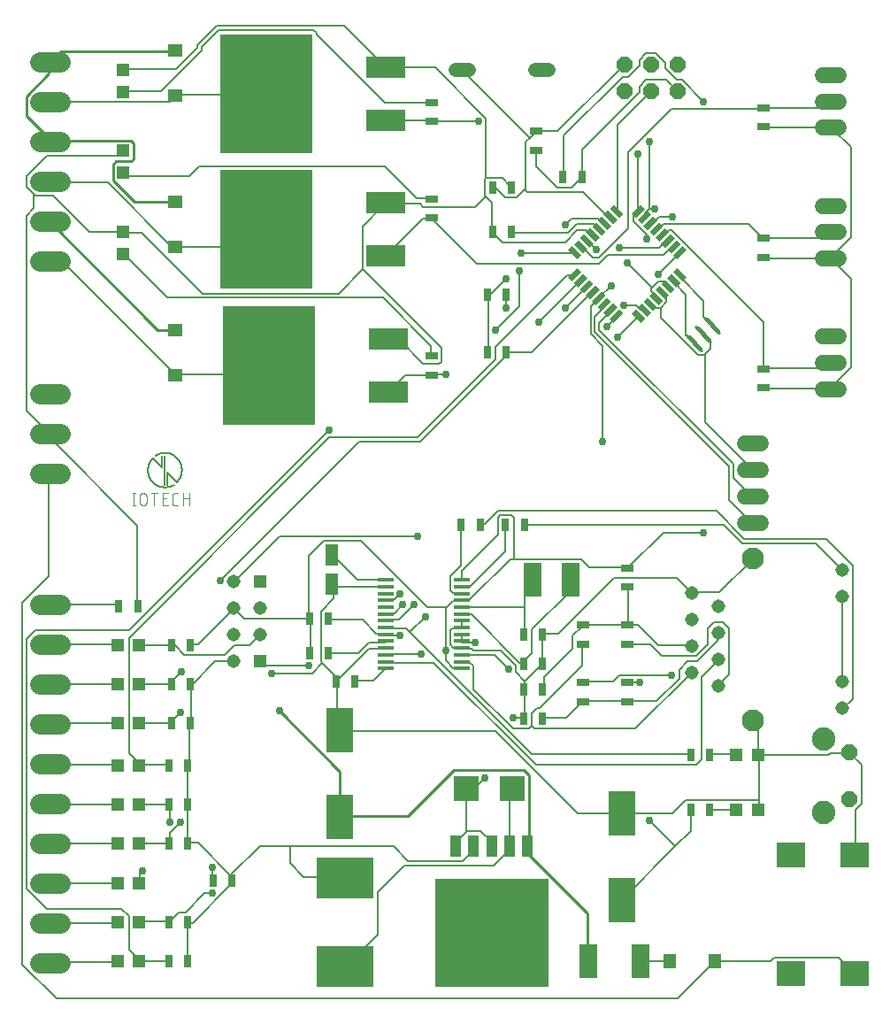
<source format=gbr>
G04 EAGLE Gerber RS-274X export*
G75*
%MOMM*%
%FSLAX34Y34*%
%LPD*%
%INTop Copper*%
%IPPOS*%
%AMOC8*
5,1,8,0,0,1.08239X$1,22.5*%
G01*
%ADD10R,1.200000X1.200000*%
%ADD11R,1.270000X1.470000*%
%ADD12R,0.800000X1.200000*%
%ADD13R,1.780000X3.200000*%
%ADD14R,2.800000X2.400000*%
%ADD15R,1.200000X0.800000*%
%ADD16R,1.470000X1.270000*%
%ADD17R,3.810000X2.082800*%
%ADD18R,8.890000X11.430000*%
%ADD19R,1.308000X1.308000*%
%ADD20C,1.308000*%
%ADD21R,1.500000X0.400000*%
%ADD22R,1.700000X3.300000*%
%ADD23R,1.200000X2.000000*%
%ADD24C,2.100000*%
%ADD25C,1.524000*%
%ADD26R,1.270000X0.558800*%
%ADD27R,0.558800X1.270000*%
%ADD28C,0.450000*%
%ADD29C,0.254000*%
%ADD30R,2.500000X4.300000*%
%ADD31R,5.500000X4.000000*%
%ADD32R,10.800000X10.410000*%
%ADD33R,1.066800X2.159000*%
%ADD34R,2.400000X2.400000*%
%ADD35C,0.127000*%
%ADD36C,0.101600*%
%ADD37P,1.649562X8X112.500000*%
%ADD38C,2.247900*%
%ADD39P,1.632244X8X22.500000*%
%ADD40C,1.320800*%
%ADD41C,1.905000*%
%ADD42C,0.756400*%
%ADD43C,0.203200*%


D10*
X728000Y200000D03*
X707000Y200000D03*
D11*
X686500Y55000D03*
X643500Y55000D03*
D12*
X681500Y200000D03*
X663500Y200000D03*
D13*
X614900Y55000D03*
X565100Y55000D03*
D14*
X820000Y43000D03*
X820000Y157000D03*
X759000Y43000D03*
X759000Y157000D03*
D15*
X415000Y876500D03*
X415000Y858500D03*
D16*
X170000Y883500D03*
X170000Y926500D03*
D17*
X371400Y859600D03*
X371400Y910400D03*
D18*
X257100Y885000D03*
D15*
X732500Y621500D03*
X732500Y603500D03*
X732500Y746500D03*
X732500Y728500D03*
X415000Y784000D03*
X415000Y766000D03*
D16*
X170000Y738500D03*
X170000Y781500D03*
D17*
X371400Y729600D03*
X371400Y780400D03*
D18*
X257100Y755000D03*
D19*
X251125Y418250D03*
X251125Y342050D03*
D20*
X251125Y392850D03*
X251125Y367450D03*
X225725Y367450D03*
X225725Y392850D03*
X225725Y418250D03*
X225725Y342050D03*
D15*
X415000Y634000D03*
X415000Y616000D03*
D16*
X170000Y616000D03*
X170000Y659000D03*
D17*
X373900Y599600D03*
X373900Y650400D03*
D18*
X259600Y625000D03*
D15*
X732500Y871500D03*
X732500Y853500D03*
D21*
X371250Y419750D03*
X371250Y413250D03*
X371250Y406750D03*
X371250Y400250D03*
X371250Y393750D03*
X371250Y387250D03*
X371250Y380750D03*
X371250Y374250D03*
X371250Y367750D03*
X371250Y361250D03*
X371250Y354750D03*
X371250Y348250D03*
X371250Y341750D03*
X371250Y335250D03*
X443750Y335250D03*
X443750Y341750D03*
X443750Y348250D03*
X443750Y354750D03*
X443750Y361250D03*
X443750Y367750D03*
X443750Y374250D03*
X443750Y380750D03*
X443750Y387250D03*
X443750Y393750D03*
X443750Y400250D03*
X443750Y406750D03*
X443750Y413250D03*
X443750Y419750D03*
D12*
X316500Y350000D03*
X298500Y350000D03*
X316500Y382500D03*
X298500Y382500D03*
X341500Y322500D03*
X323500Y322500D03*
D22*
X511500Y420000D03*
X548500Y420000D03*
D12*
X503500Y340000D03*
X521500Y340000D03*
X503500Y367500D03*
X521500Y367500D03*
D15*
X560000Y358500D03*
X560000Y376500D03*
X602500Y358500D03*
X602500Y376500D03*
X602500Y303500D03*
X602500Y321500D03*
X560000Y303500D03*
X560000Y321500D03*
D12*
X521500Y315000D03*
X503500Y315000D03*
D15*
X602500Y431500D03*
X602500Y413500D03*
D12*
X521500Y287500D03*
X503500Y287500D03*
D23*
X320000Y444000D03*
X320000Y416000D03*
D12*
X504000Y472500D03*
X486000Y472500D03*
X461500Y472500D03*
X443500Y472500D03*
D24*
X722700Y285750D03*
X722700Y440650D03*
D20*
X808400Y429450D03*
X808400Y404050D03*
X808400Y322350D03*
X808400Y296950D03*
X664300Y407600D03*
X664300Y382200D03*
X664300Y356800D03*
X664300Y331400D03*
X689700Y395000D03*
X689700Y369600D03*
X689700Y344200D03*
X689700Y318800D03*
D25*
X714880Y550600D02*
X730120Y550600D01*
X730120Y525200D02*
X714880Y525200D01*
X714880Y499800D02*
X730120Y499800D01*
X730120Y474400D02*
X714880Y474400D01*
D15*
X515000Y831000D03*
X515000Y849000D03*
D12*
X473500Y795000D03*
X491500Y795000D03*
X473500Y752500D03*
X491500Y752500D03*
X663500Y252500D03*
X681500Y252500D03*
D10*
X728000Y252500D03*
X707000Y252500D03*
D26*
G36*
X610540Y678813D02*
X619519Y669834D01*
X615568Y665883D01*
X606589Y674862D01*
X610540Y678813D01*
G37*
G36*
X616197Y684470D02*
X625176Y675491D01*
X621225Y671540D01*
X612246Y680519D01*
X616197Y684470D01*
G37*
G36*
X621854Y690126D02*
X630833Y681147D01*
X626882Y677196D01*
X617903Y686175D01*
X621854Y690126D01*
G37*
G36*
X627511Y695783D02*
X636490Y686804D01*
X632539Y682853D01*
X623560Y691832D01*
X627511Y695783D01*
G37*
G36*
X633168Y701440D02*
X642147Y692461D01*
X638196Y688510D01*
X629217Y697489D01*
X633168Y701440D01*
G37*
G36*
X638825Y707097D02*
X647804Y698118D01*
X643853Y694167D01*
X634874Y703146D01*
X638825Y707097D01*
G37*
G36*
X644481Y712754D02*
X653460Y703775D01*
X649509Y699824D01*
X640530Y708803D01*
X644481Y712754D01*
G37*
G36*
X650138Y718411D02*
X659117Y709432D01*
X655166Y705481D01*
X646187Y714460D01*
X650138Y718411D01*
G37*
D27*
G36*
X655166Y739519D02*
X659117Y735568D01*
X650138Y726589D01*
X646187Y730540D01*
X655166Y739519D01*
G37*
G36*
X649509Y745176D02*
X653460Y741225D01*
X644481Y732246D01*
X640530Y736197D01*
X649509Y745176D01*
G37*
G36*
X643853Y750833D02*
X647804Y746882D01*
X638825Y737903D01*
X634874Y741854D01*
X643853Y750833D01*
G37*
G36*
X638196Y756490D02*
X642147Y752539D01*
X633168Y743560D01*
X629217Y747511D01*
X638196Y756490D01*
G37*
G36*
X632539Y762147D02*
X636490Y758196D01*
X627511Y749217D01*
X623560Y753168D01*
X632539Y762147D01*
G37*
G36*
X626882Y767804D02*
X630833Y763853D01*
X621854Y754874D01*
X617903Y758825D01*
X626882Y767804D01*
G37*
G36*
X621225Y773460D02*
X625176Y769509D01*
X616197Y760530D01*
X612246Y764481D01*
X621225Y773460D01*
G37*
G36*
X615568Y779117D02*
X619519Y775166D01*
X610540Y766187D01*
X606589Y770138D01*
X615568Y779117D01*
G37*
D26*
G36*
X589432Y779117D02*
X598411Y770138D01*
X594460Y766187D01*
X585481Y775166D01*
X589432Y779117D01*
G37*
G36*
X583775Y773460D02*
X592754Y764481D01*
X588803Y760530D01*
X579824Y769509D01*
X583775Y773460D01*
G37*
G36*
X578118Y767804D02*
X587097Y758825D01*
X583146Y754874D01*
X574167Y763853D01*
X578118Y767804D01*
G37*
G36*
X572461Y762147D02*
X581440Y753168D01*
X577489Y749217D01*
X568510Y758196D01*
X572461Y762147D01*
G37*
G36*
X566804Y756490D02*
X575783Y747511D01*
X571832Y743560D01*
X562853Y752539D01*
X566804Y756490D01*
G37*
G36*
X561147Y750833D02*
X570126Y741854D01*
X566175Y737903D01*
X557196Y746882D01*
X561147Y750833D01*
G37*
G36*
X555491Y745176D02*
X564470Y736197D01*
X560519Y732246D01*
X551540Y741225D01*
X555491Y745176D01*
G37*
G36*
X549834Y739519D02*
X558813Y730540D01*
X554862Y726589D01*
X545883Y735568D01*
X549834Y739519D01*
G37*
D27*
G36*
X554862Y718411D02*
X558813Y714460D01*
X549834Y705481D01*
X545883Y709432D01*
X554862Y718411D01*
G37*
G36*
X560519Y712754D02*
X564470Y708803D01*
X555491Y699824D01*
X551540Y703775D01*
X560519Y712754D01*
G37*
G36*
X566175Y707097D02*
X570126Y703146D01*
X561147Y694167D01*
X557196Y698118D01*
X566175Y707097D01*
G37*
G36*
X571832Y701440D02*
X575783Y697489D01*
X566804Y688510D01*
X562853Y692461D01*
X571832Y701440D01*
G37*
G36*
X577489Y695783D02*
X581440Y691832D01*
X572461Y682853D01*
X568510Y686804D01*
X577489Y695783D01*
G37*
G36*
X583146Y690126D02*
X587097Y686175D01*
X578118Y677196D01*
X574167Y681147D01*
X583146Y690126D01*
G37*
G36*
X588803Y684470D02*
X592754Y680519D01*
X583775Y671540D01*
X579824Y675491D01*
X588803Y684470D01*
G37*
G36*
X594460Y678813D02*
X598411Y674862D01*
X589432Y665883D01*
X585481Y669834D01*
X594460Y678813D01*
G37*
D12*
X559000Y805000D03*
X541000Y805000D03*
X486500Y692500D03*
X468500Y692500D03*
D28*
X661371Y651659D02*
X671659Y641371D01*
X680144Y649856D02*
X669856Y660144D01*
X678341Y668629D02*
X688629Y658341D01*
D29*
X666515Y646515D02*
X659331Y653699D01*
X666515Y646515D02*
X673699Y639331D01*
X683485Y663485D02*
X676301Y670669D01*
X683485Y663485D02*
X690669Y656301D01*
X675000Y655000D02*
X667816Y662184D01*
X675000Y655000D02*
X682184Y647816D01*
D12*
X486500Y637500D03*
X468500Y637500D03*
D30*
X327500Y193500D03*
X327500Y276500D03*
X597500Y113500D03*
X597500Y196500D03*
D31*
X332500Y135000D03*
X332500Y50000D03*
D32*
X472500Y82100D03*
D33*
X506536Y165412D03*
X489518Y165412D03*
X472500Y165412D03*
X455482Y165412D03*
X438464Y165412D03*
D34*
X492000Y220000D03*
X448000Y220000D03*
D35*
X160000Y511030D02*
X160000Y538970D01*
X162540Y522460D02*
X162540Y511030D01*
X171430Y513570D02*
X162540Y522460D01*
X157460Y527540D02*
X148570Y536430D01*
X157460Y538970D02*
X157460Y527540D01*
X151110Y538971D02*
X151449Y539180D01*
X151793Y539381D01*
X152142Y539574D01*
X152495Y539758D01*
X152853Y539933D01*
X153215Y540100D01*
X153581Y540258D01*
X153951Y540407D01*
X154324Y540546D01*
X154701Y540677D01*
X155080Y540798D01*
X155463Y540911D01*
X155848Y541013D01*
X156235Y541107D01*
X156625Y541191D01*
X157016Y541265D01*
X157409Y541330D01*
X157804Y541385D01*
X158200Y541431D01*
X158597Y541467D01*
X158995Y541493D01*
X159393Y541510D01*
X159791Y541517D01*
X160190Y541514D01*
X160588Y541501D01*
X160986Y541479D01*
X161383Y541447D01*
X161780Y541406D01*
X162175Y541355D01*
X162569Y541294D01*
X162961Y541224D01*
X163351Y541144D01*
X163740Y541054D01*
X164126Y540955D01*
X164509Y540847D01*
X164890Y540730D01*
X165268Y540603D01*
X165643Y540467D01*
X166014Y540322D01*
X166382Y540168D01*
X166745Y540005D01*
X167105Y539833D01*
X167460Y539653D01*
X167811Y539464D01*
X168157Y539267D01*
X168499Y539061D01*
X168835Y538847D01*
X169165Y538624D01*
X169491Y538394D01*
X169810Y538156D01*
X170124Y537910D01*
X170432Y537657D01*
X170733Y537396D01*
X171028Y537128D01*
X171316Y536853D01*
X171598Y536571D01*
X171872Y536282D01*
X172140Y535986D01*
X172400Y535684D01*
X172653Y535376D01*
X172898Y535062D01*
X173135Y534742D01*
X173365Y534416D01*
X173586Y534085D01*
X173800Y533748D01*
X174005Y533407D01*
X174202Y533060D01*
X174390Y532709D01*
X174570Y532353D01*
X174741Y531993D01*
X174903Y531629D01*
X175056Y531261D01*
X175200Y530890D01*
X175335Y530515D01*
X175461Y530137D01*
X175578Y529756D01*
X175685Y529372D01*
X175783Y528985D01*
X175872Y528597D01*
X175951Y528206D01*
X176021Y527814D01*
X176080Y527420D01*
X176131Y527025D01*
X176172Y526628D01*
X176203Y526231D01*
X176224Y525833D01*
X176236Y525435D01*
X176238Y525036D01*
X176230Y524638D01*
X176212Y524239D01*
X176185Y523842D01*
X176148Y523445D01*
X176102Y523049D01*
X176046Y522655D01*
X175980Y522261D01*
X175905Y521870D01*
X175820Y521481D01*
X175726Y521093D01*
X175622Y520709D01*
X175509Y520326D01*
X175387Y519947D01*
X175256Y519571D01*
X175115Y519198D01*
X174965Y518829D01*
X174807Y518463D01*
X174639Y518101D01*
X174463Y517744D01*
X174278Y517391D01*
X174085Y517042D01*
X173883Y516699D01*
X173673Y516360D01*
X173455Y516027D01*
X173229Y515699D01*
X172994Y515376D01*
X172752Y515060D01*
X172503Y514749D01*
X172245Y514445D01*
X171981Y514146D01*
X171709Y513855D01*
X171430Y513570D01*
X168890Y511029D02*
X168551Y510820D01*
X168207Y510619D01*
X167858Y510426D01*
X167505Y510242D01*
X167147Y510067D01*
X166785Y509900D01*
X166419Y509742D01*
X166049Y509593D01*
X165676Y509454D01*
X165299Y509323D01*
X164920Y509202D01*
X164537Y509089D01*
X164152Y508987D01*
X163765Y508893D01*
X163375Y508809D01*
X162984Y508735D01*
X162591Y508670D01*
X162196Y508615D01*
X161800Y508569D01*
X161403Y508533D01*
X161005Y508507D01*
X160607Y508490D01*
X160209Y508483D01*
X159810Y508486D01*
X159412Y508499D01*
X159014Y508521D01*
X158617Y508553D01*
X158220Y508594D01*
X157825Y508645D01*
X157431Y508706D01*
X157039Y508776D01*
X156649Y508856D01*
X156260Y508946D01*
X155874Y509045D01*
X155491Y509153D01*
X155110Y509270D01*
X154732Y509397D01*
X154357Y509533D01*
X153986Y509678D01*
X153618Y509832D01*
X153255Y509995D01*
X152895Y510167D01*
X152540Y510347D01*
X152189Y510536D01*
X151843Y510733D01*
X151501Y510939D01*
X151165Y511153D01*
X150835Y511376D01*
X150509Y511606D01*
X150190Y511844D01*
X149876Y512090D01*
X149568Y512343D01*
X149267Y512604D01*
X148972Y512872D01*
X148684Y513147D01*
X148402Y513429D01*
X148128Y513718D01*
X147860Y514014D01*
X147600Y514316D01*
X147347Y514624D01*
X147102Y514938D01*
X146865Y515258D01*
X146635Y515584D01*
X146414Y515915D01*
X146200Y516252D01*
X145995Y516593D01*
X145798Y516940D01*
X145610Y517291D01*
X145430Y517647D01*
X145259Y518007D01*
X145097Y518371D01*
X144944Y518739D01*
X144800Y519110D01*
X144665Y519485D01*
X144539Y519863D01*
X144422Y520244D01*
X144315Y520628D01*
X144217Y521015D01*
X144128Y521403D01*
X144049Y521794D01*
X143979Y522186D01*
X143920Y522580D01*
X143869Y522975D01*
X143828Y523372D01*
X143797Y523769D01*
X143776Y524167D01*
X143764Y524565D01*
X143762Y524964D01*
X143770Y525362D01*
X143788Y525761D01*
X143815Y526158D01*
X143852Y526555D01*
X143898Y526951D01*
X143954Y527345D01*
X144020Y527739D01*
X144095Y528130D01*
X144180Y528519D01*
X144274Y528907D01*
X144378Y529291D01*
X144491Y529674D01*
X144613Y530053D01*
X144744Y530429D01*
X144885Y530802D01*
X145035Y531171D01*
X145193Y531537D01*
X145361Y531899D01*
X145537Y532256D01*
X145722Y532609D01*
X145915Y532958D01*
X146117Y533301D01*
X146327Y533640D01*
X146545Y533973D01*
X146771Y534301D01*
X147006Y534624D01*
X147248Y534940D01*
X147497Y535251D01*
X147755Y535555D01*
X148019Y535854D01*
X148291Y536145D01*
X148570Y536430D01*
D36*
X130056Y502902D02*
X130056Y491218D01*
X128758Y491218D02*
X131354Y491218D01*
X131354Y502902D02*
X128758Y502902D01*
X135955Y499656D02*
X135955Y494464D01*
X135954Y499656D02*
X135956Y499769D01*
X135962Y499882D01*
X135972Y499995D01*
X135986Y500108D01*
X136003Y500220D01*
X136025Y500331D01*
X136050Y500441D01*
X136080Y500551D01*
X136113Y500659D01*
X136150Y500766D01*
X136190Y500872D01*
X136235Y500976D01*
X136283Y501079D01*
X136334Y501180D01*
X136389Y501279D01*
X136447Y501376D01*
X136509Y501471D01*
X136574Y501564D01*
X136642Y501654D01*
X136713Y501742D01*
X136788Y501828D01*
X136865Y501911D01*
X136945Y501991D01*
X137028Y502068D01*
X137114Y502143D01*
X137202Y502214D01*
X137292Y502282D01*
X137385Y502347D01*
X137480Y502409D01*
X137577Y502467D01*
X137676Y502522D01*
X137777Y502573D01*
X137880Y502621D01*
X137984Y502666D01*
X138090Y502706D01*
X138197Y502743D01*
X138305Y502776D01*
X138415Y502806D01*
X138525Y502831D01*
X138636Y502853D01*
X138748Y502870D01*
X138861Y502884D01*
X138974Y502894D01*
X139087Y502900D01*
X139200Y502902D01*
X139313Y502900D01*
X139426Y502894D01*
X139539Y502884D01*
X139652Y502870D01*
X139764Y502853D01*
X139875Y502831D01*
X139985Y502806D01*
X140095Y502776D01*
X140203Y502743D01*
X140310Y502706D01*
X140416Y502666D01*
X140520Y502621D01*
X140623Y502573D01*
X140724Y502522D01*
X140823Y502467D01*
X140920Y502409D01*
X141015Y502347D01*
X141108Y502282D01*
X141198Y502214D01*
X141286Y502143D01*
X141372Y502068D01*
X141455Y501991D01*
X141535Y501911D01*
X141612Y501828D01*
X141687Y501742D01*
X141758Y501654D01*
X141826Y501564D01*
X141891Y501471D01*
X141953Y501376D01*
X142011Y501279D01*
X142066Y501180D01*
X142117Y501079D01*
X142165Y500976D01*
X142210Y500872D01*
X142250Y500766D01*
X142287Y500659D01*
X142320Y500551D01*
X142350Y500441D01*
X142375Y500331D01*
X142397Y500220D01*
X142414Y500108D01*
X142428Y499995D01*
X142438Y499882D01*
X142444Y499769D01*
X142446Y499656D01*
X142446Y494464D01*
X142444Y494351D01*
X142438Y494238D01*
X142428Y494125D01*
X142414Y494012D01*
X142397Y493900D01*
X142375Y493789D01*
X142350Y493679D01*
X142320Y493569D01*
X142287Y493461D01*
X142250Y493354D01*
X142210Y493248D01*
X142165Y493144D01*
X142117Y493041D01*
X142066Y492940D01*
X142011Y492841D01*
X141953Y492744D01*
X141891Y492649D01*
X141826Y492556D01*
X141758Y492466D01*
X141687Y492378D01*
X141612Y492292D01*
X141535Y492209D01*
X141455Y492129D01*
X141372Y492052D01*
X141286Y491977D01*
X141198Y491906D01*
X141108Y491838D01*
X141015Y491773D01*
X140920Y491711D01*
X140823Y491653D01*
X140724Y491598D01*
X140623Y491547D01*
X140520Y491499D01*
X140416Y491454D01*
X140310Y491414D01*
X140203Y491377D01*
X140095Y491344D01*
X139985Y491314D01*
X139875Y491289D01*
X139764Y491267D01*
X139652Y491250D01*
X139539Y491236D01*
X139426Y491226D01*
X139313Y491220D01*
X139200Y491218D01*
X139087Y491220D01*
X138974Y491226D01*
X138861Y491236D01*
X138748Y491250D01*
X138636Y491267D01*
X138525Y491289D01*
X138415Y491314D01*
X138305Y491344D01*
X138197Y491377D01*
X138090Y491414D01*
X137984Y491454D01*
X137880Y491499D01*
X137777Y491547D01*
X137676Y491598D01*
X137577Y491653D01*
X137480Y491711D01*
X137385Y491773D01*
X137292Y491838D01*
X137202Y491906D01*
X137114Y491977D01*
X137028Y492052D01*
X136945Y492129D01*
X136865Y492209D01*
X136788Y492292D01*
X136713Y492378D01*
X136642Y492466D01*
X136574Y492556D01*
X136509Y492649D01*
X136447Y492744D01*
X136389Y492841D01*
X136334Y492940D01*
X136283Y493041D01*
X136235Y493144D01*
X136190Y493248D01*
X136150Y493354D01*
X136113Y493461D01*
X136080Y493569D01*
X136050Y493679D01*
X136025Y493789D01*
X136003Y493900D01*
X135986Y494012D01*
X135972Y494125D01*
X135962Y494238D01*
X135956Y494351D01*
X135954Y494464D01*
X149868Y491218D02*
X149868Y502902D01*
X146623Y502902D02*
X153114Y502902D01*
X157694Y491218D02*
X162887Y491218D01*
X157694Y491218D02*
X157694Y502902D01*
X162887Y502902D01*
X161589Y497709D02*
X157694Y497709D01*
X169760Y491218D02*
X172356Y491218D01*
X169760Y491218D02*
X169661Y491220D01*
X169561Y491226D01*
X169462Y491235D01*
X169364Y491248D01*
X169266Y491265D01*
X169168Y491286D01*
X169072Y491311D01*
X168977Y491339D01*
X168883Y491371D01*
X168790Y491406D01*
X168698Y491445D01*
X168608Y491488D01*
X168520Y491533D01*
X168433Y491583D01*
X168349Y491635D01*
X168266Y491691D01*
X168186Y491749D01*
X168108Y491811D01*
X168033Y491876D01*
X167960Y491944D01*
X167890Y492014D01*
X167822Y492087D01*
X167757Y492162D01*
X167695Y492240D01*
X167637Y492320D01*
X167581Y492403D01*
X167529Y492487D01*
X167479Y492574D01*
X167434Y492662D01*
X167391Y492752D01*
X167352Y492844D01*
X167317Y492937D01*
X167285Y493031D01*
X167257Y493126D01*
X167232Y493222D01*
X167211Y493320D01*
X167194Y493418D01*
X167181Y493516D01*
X167172Y493615D01*
X167166Y493715D01*
X167164Y493814D01*
X167163Y493814D02*
X167163Y500306D01*
X167164Y500306D02*
X167166Y500405D01*
X167172Y500505D01*
X167181Y500604D01*
X167194Y500702D01*
X167211Y500800D01*
X167232Y500898D01*
X167257Y500994D01*
X167285Y501089D01*
X167317Y501183D01*
X167352Y501276D01*
X167391Y501368D01*
X167434Y501458D01*
X167479Y501546D01*
X167529Y501633D01*
X167581Y501717D01*
X167637Y501800D01*
X167695Y501880D01*
X167757Y501958D01*
X167822Y502033D01*
X167890Y502106D01*
X167960Y502176D01*
X168033Y502244D01*
X168108Y502309D01*
X168186Y502371D01*
X168266Y502429D01*
X168349Y502485D01*
X168433Y502537D01*
X168520Y502587D01*
X168608Y502632D01*
X168698Y502675D01*
X168790Y502714D01*
X168882Y502749D01*
X168977Y502781D01*
X169072Y502809D01*
X169168Y502834D01*
X169266Y502855D01*
X169364Y502872D01*
X169462Y502885D01*
X169561Y502894D01*
X169661Y502900D01*
X169760Y502902D01*
X172356Y502902D01*
X177103Y502902D02*
X177103Y491218D01*
X177103Y497709D02*
X183594Y497709D01*
X183594Y502902D02*
X183594Y491218D01*
D37*
X814946Y209894D03*
X814946Y255106D03*
D38*
X790054Y197448D03*
X790054Y267552D03*
D25*
X789880Y652500D02*
X805120Y652500D01*
X805120Y627500D02*
X789880Y627500D01*
X789880Y602500D02*
X805120Y602500D01*
X805120Y777500D02*
X789880Y777500D01*
X789880Y752500D02*
X805120Y752500D01*
X805120Y727500D02*
X789880Y727500D01*
X789880Y902500D02*
X805120Y902500D01*
X805120Y877500D02*
X789880Y877500D01*
X789880Y852500D02*
X805120Y852500D01*
D39*
X599600Y887300D03*
X599600Y912700D03*
X625000Y887300D03*
X625000Y912700D03*
X650400Y887300D03*
X650400Y912700D03*
D10*
X120000Y753000D03*
X120000Y732000D03*
X120000Y908000D03*
X120000Y887000D03*
X120000Y830500D03*
X120000Y809500D03*
D40*
X513996Y907500D02*
X527204Y907500D01*
X451004Y907500D02*
X437796Y907500D01*
D12*
X184000Y357500D03*
X166000Y357500D03*
D10*
X114500Y357500D03*
X135500Y357500D03*
D12*
X184000Y282500D03*
X166000Y282500D03*
D10*
X114500Y282500D03*
X135500Y282500D03*
D12*
X181500Y242500D03*
X163500Y242500D03*
D10*
X114500Y242500D03*
X135500Y242500D03*
D12*
X181500Y205000D03*
X163500Y205000D03*
D10*
X114500Y205000D03*
X135500Y205000D03*
D12*
X181500Y167500D03*
X163500Y167500D03*
D10*
X114500Y167500D03*
X135500Y167500D03*
D12*
X224000Y132500D03*
X206000Y132500D03*
D10*
X114500Y130000D03*
X135500Y130000D03*
D12*
X181500Y92500D03*
X163500Y92500D03*
D10*
X114500Y92500D03*
X135500Y92500D03*
D12*
X181500Y55000D03*
X163500Y55000D03*
D10*
X114500Y55000D03*
X135500Y55000D03*
D41*
X59525Y396450D02*
X40475Y396450D01*
X40475Y358350D02*
X59525Y358350D01*
X59525Y320250D02*
X40475Y320250D01*
X40475Y282150D02*
X59525Y282150D01*
X59525Y244050D02*
X40475Y244050D01*
X40475Y205950D02*
X59525Y205950D01*
X59525Y167850D02*
X40475Y167850D01*
X40475Y129750D02*
X59525Y129750D01*
X59525Y91650D02*
X40475Y91650D01*
X40475Y53550D02*
X59525Y53550D01*
X59525Y915250D02*
X40475Y915250D01*
X40475Y877150D02*
X59525Y877150D01*
X59525Y839050D02*
X40475Y839050D01*
X40475Y800950D02*
X59525Y800950D01*
X59525Y762850D02*
X40475Y762850D01*
X40475Y724750D02*
X59525Y724750D01*
X59525Y598100D02*
X40475Y598100D01*
X40475Y560000D02*
X59525Y560000D01*
X59525Y521900D02*
X40475Y521900D01*
D12*
X184000Y320000D03*
X166000Y320000D03*
D10*
X114500Y320000D03*
X135500Y320000D03*
D12*
X116000Y395000D03*
X134000Y395000D03*
D29*
X507189Y165321D02*
X507189Y158178D01*
X564337Y101030D01*
X564337Y55107D01*
X507189Y165321D02*
X506536Y165412D01*
X564337Y55107D02*
X565100Y55000D01*
X392893Y193895D02*
X327581Y193895D01*
X392893Y193895D02*
X436774Y237777D01*
X503107Y237777D01*
X508209Y232674D01*
X508209Y165321D01*
X327581Y193895D02*
X327500Y193500D01*
X506536Y165412D02*
X508209Y165321D01*
X169403Y925594D02*
X60210Y925594D01*
X50005Y915389D01*
X169403Y925594D02*
X170000Y926500D01*
X50005Y915389D02*
X50000Y915250D01*
X130624Y781703D02*
X169403Y781703D01*
X130624Y781703D02*
X110214Y802113D01*
X110214Y817421D01*
X113276Y820482D01*
X127563Y820482D01*
X129604Y822523D01*
X129604Y837831D01*
X127563Y839872D01*
X50005Y839872D01*
X169403Y781703D02*
X170000Y781500D01*
X50000Y839050D02*
X50005Y839872D01*
X48984Y904163D02*
X48984Y914368D01*
X48984Y904163D02*
X27554Y882733D01*
X27554Y863343D01*
X50005Y840892D01*
X48984Y914368D02*
X50000Y915250D01*
X50005Y840892D02*
X50000Y839050D01*
X153075Y659243D02*
X169403Y659243D01*
X153075Y659243D02*
X50005Y762314D01*
X169403Y659243D02*
X170000Y659000D01*
X50005Y762314D02*
X50000Y762850D01*
X327581Y236756D02*
X327581Y194916D01*
X327581Y236756D02*
X269412Y294925D01*
X327581Y194916D02*
X327500Y193500D01*
D42*
X269412Y294925D03*
D43*
X119399Y753129D02*
X87763Y753129D01*
X53066Y787826D01*
X35718Y787826D01*
X35207Y788336D02*
X27554Y795990D01*
X35207Y788336D02*
X35718Y787826D01*
X27554Y795990D02*
X27554Y806195D01*
X46943Y825585D01*
X115317Y825585D01*
X119399Y829667D01*
X119399Y753129D02*
X120000Y753000D01*
X119399Y829667D02*
X120000Y830500D01*
X133686Y471471D02*
X133686Y395954D01*
X133686Y471471D02*
X50005Y555152D01*
X50005Y559234D01*
X133686Y395954D02*
X134000Y395000D01*
X50005Y559234D02*
X50000Y560000D01*
X34697Y775580D02*
X34697Y787826D01*
X34697Y775580D02*
X27554Y768437D01*
X27554Y581685D01*
X48984Y560255D01*
X34697Y787826D02*
X35207Y788336D01*
X48984Y560255D02*
X50000Y560000D01*
X120419Y908245D02*
X170424Y908245D01*
X190834Y928655D01*
X190834Y931717D01*
X209203Y950086D01*
X331663Y950086D01*
X370442Y911307D01*
X120419Y908245D02*
X120000Y908000D01*
X370442Y911307D02*
X371400Y910400D01*
X472492Y780683D02*
X472492Y753129D01*
X466879Y786295D02*
X466369Y786806D01*
X466879Y786295D02*
X472492Y780683D01*
X466369Y786806D02*
X466369Y803134D01*
X467389Y804154D01*
X482697Y804154D01*
X490861Y795990D01*
X472492Y753129D02*
X473500Y752500D01*
X491500Y795000D02*
X490861Y795990D01*
X566378Y750068D02*
X568419Y750068D01*
X566378Y750068D02*
X562296Y754150D01*
X554132Y754150D01*
X542906Y742924D01*
X482697Y742924D01*
X473512Y752109D01*
X568419Y750068D02*
X569318Y750025D01*
X473512Y752109D02*
X473500Y752500D01*
X404118Y779662D02*
X371462Y779662D01*
X404118Y779662D02*
X407180Y776601D01*
X457184Y776601D01*
X466879Y786295D01*
X371462Y779662D02*
X371400Y780400D01*
X374524Y650059D02*
X383708Y650059D01*
X407180Y626587D01*
X422487Y626587D01*
X424528Y628628D01*
X424528Y641895D01*
X349521Y716901D02*
X349011Y717412D01*
X349521Y716901D02*
X424528Y641895D01*
X349011Y717412D02*
X349011Y758232D01*
X370442Y779662D01*
X373900Y650400D02*
X374524Y650059D01*
X370442Y779662D02*
X371400Y780400D01*
X371462Y910286D02*
X418405Y910286D01*
X467389Y861302D01*
X467389Y804154D01*
X371462Y910286D02*
X371400Y910400D01*
X137768Y752109D02*
X120419Y752109D01*
X137768Y752109D02*
X195936Y693940D01*
X326560Y693940D01*
X349521Y716901D01*
X120419Y752109D02*
X120000Y753000D01*
X808236Y403098D02*
X808236Y322478D01*
X808236Y403098D02*
X808400Y404050D01*
X808236Y322478D02*
X808400Y322350D01*
X820482Y200018D02*
X820482Y157157D01*
X820482Y200018D02*
X826605Y206141D01*
X826605Y242879D01*
X815380Y254105D01*
X820482Y157157D02*
X820000Y157000D01*
X815380Y254105D02*
X814946Y255106D01*
X370442Y413303D02*
X322478Y413303D01*
X320437Y415344D01*
X370442Y413303D02*
X371250Y413250D01*
X320437Y415344D02*
X320000Y416000D01*
X324519Y322478D02*
X324519Y278597D01*
X326560Y276556D01*
X324519Y322478D02*
X323500Y322500D01*
X326560Y276556D02*
X327500Y276500D01*
X355134Y354114D02*
X370442Y354114D01*
X355134Y354114D02*
X324519Y323499D01*
X370442Y354114D02*
X371250Y354750D01*
X324519Y323499D02*
X323500Y322500D01*
X321458Y402077D02*
X321458Y413303D01*
X321458Y402077D02*
X309212Y389831D01*
X309212Y341868D01*
X310742Y340337D02*
X325540Y325540D01*
X310742Y340337D02*
X309212Y341868D01*
X321458Y413303D02*
X320000Y416000D01*
X325540Y325540D02*
X323500Y322500D01*
X728637Y252064D02*
X728637Y209203D01*
X728637Y200018D01*
X728000Y200000D01*
X728637Y252064D02*
X728000Y252500D01*
X727617Y253084D02*
X727617Y281658D01*
X723535Y285740D01*
X727617Y253084D02*
X728000Y252500D01*
X723535Y285740D02*
X722700Y285750D01*
X645977Y196957D02*
X598013Y196957D01*
X645977Y196957D02*
X658223Y209203D01*
X728637Y209203D01*
X598013Y196957D02*
X597500Y196500D01*
X476574Y275535D02*
X327581Y275535D01*
X476574Y275535D02*
X555152Y196957D01*
X596993Y196957D01*
X327581Y275535D02*
X327500Y276500D01*
X596993Y196957D02*
X597500Y196500D01*
X797011Y254105D02*
X814359Y254105D01*
X797011Y254105D02*
X794970Y252064D01*
X729658Y252064D01*
X814359Y254105D02*
X814946Y255106D01*
X729658Y252064D02*
X728000Y252500D01*
X438815Y169403D02*
X438815Y166342D01*
X448510Y179098D02*
X449020Y179608D01*
X448510Y179098D02*
X438815Y169403D01*
X449020Y179608D02*
X462287Y179608D01*
X472492Y169403D01*
X472492Y166342D01*
X438815Y166342D02*
X438464Y165412D01*
X472500Y165412D02*
X472492Y166342D01*
X448000Y179608D02*
X448000Y219408D01*
X448000Y220000D01*
X448000Y179608D02*
X448510Y179098D01*
X442897Y355134D02*
X435754Y355134D01*
X432692Y358196D01*
X432692Y371462D01*
X434733Y373503D01*
X442897Y373503D01*
X442897Y355134D02*
X443750Y354750D01*
X442897Y373503D02*
X443750Y374250D01*
X443918Y374524D02*
X443918Y380647D01*
X443750Y380750D01*
X443918Y374524D02*
X443750Y374250D01*
X504127Y314314D02*
X504127Y287781D01*
X503500Y287500D01*
X504127Y314314D02*
X503500Y315000D01*
X521476Y340847D02*
X521476Y367380D01*
X521476Y340847D02*
X521500Y340000D01*
X521476Y367380D02*
X521500Y367500D01*
X504127Y322478D02*
X504127Y315335D01*
X504637Y322988D02*
X521476Y339827D01*
X504637Y322988D02*
X504127Y322478D01*
X504127Y315335D02*
X503500Y315000D01*
X521476Y339827D02*
X521500Y340000D01*
X453102Y354114D02*
X443918Y354114D01*
X453102Y354114D02*
X455143Y352073D01*
X481676Y352073D01*
X495963Y337786D01*
X495963Y331663D01*
X504637Y322988D01*
X443918Y354114D02*
X443750Y354750D01*
X449020Y220428D02*
X456164Y220428D01*
X466369Y230633D01*
X492902Y287781D02*
X503107Y287781D01*
X449020Y220428D02*
X448000Y220000D01*
X503107Y287781D02*
X503500Y287500D01*
X624546Y682715D02*
X627608Y682715D01*
X630669Y679653D01*
X633731Y679653D01*
X634241Y680163D02*
X639854Y685776D01*
X634241Y680163D02*
X633731Y679653D01*
X639854Y685776D02*
X639854Y690879D01*
X635772Y694961D01*
X624368Y683661D02*
X624546Y682715D01*
X635682Y694975D02*
X635772Y694961D01*
X681694Y646997D02*
X681694Y640874D01*
X676081Y635261D02*
X675571Y634751D01*
X676081Y635261D02*
X681694Y640874D01*
X675571Y634751D02*
X670469Y634751D01*
X634751Y670469D01*
X634751Y679653D01*
X675000Y655000D02*
X681694Y646997D01*
X634751Y679653D02*
X634241Y680163D01*
X664346Y408200D02*
X690879Y408200D01*
X722514Y439836D01*
X664346Y408200D02*
X664300Y407600D01*
X722514Y439836D02*
X722700Y440650D01*
X676592Y570460D02*
X676592Y634751D01*
X676592Y570460D02*
X721494Y525558D01*
X676592Y634751D02*
X676081Y635261D01*
X721494Y525558D02*
X722500Y525200D01*
X536783Y368401D02*
X522496Y368401D01*
X536783Y368401D02*
X589849Y421467D01*
X650059Y421467D01*
X663325Y408200D01*
X522496Y368401D02*
X521500Y367500D01*
X663325Y408200D02*
X664300Y407600D01*
X301048Y330642D02*
X262269Y330642D01*
X301048Y330642D02*
X310742Y340337D01*
D42*
X466369Y230633D03*
X492902Y287781D03*
X262269Y330642D03*
D43*
X681694Y200018D02*
X706186Y200018D01*
X681694Y200018D02*
X681500Y200000D01*
X706186Y200018D02*
X707000Y200000D01*
X642915Y55107D02*
X615362Y55107D01*
X642915Y55107D02*
X643500Y55000D01*
X615362Y55107D02*
X614900Y55000D01*
X255125Y883753D02*
X170424Y883753D01*
X255125Y883753D02*
X256146Y884774D01*
X170424Y883753D02*
X170000Y883500D01*
X256146Y884774D02*
X257100Y885000D01*
X164301Y877630D02*
X50005Y877630D01*
X164301Y877630D02*
X169403Y882733D01*
X50005Y877630D02*
X50000Y877150D01*
X169403Y882733D02*
X170000Y883500D01*
X619444Y770478D02*
X619444Y767416D01*
X619444Y770478D02*
X623526Y774560D01*
X623526Y838851D01*
X619444Y767416D02*
X618711Y766995D01*
X383708Y381667D02*
X371462Y381667D01*
X383708Y381667D02*
X397995Y395954D01*
X623526Y774560D02*
X628628Y774560D01*
X371462Y381667D02*
X371250Y380750D01*
D42*
X623526Y838851D03*
X397995Y395954D03*
X628628Y774560D03*
D43*
X165321Y282679D02*
X135727Y282679D01*
X135500Y282500D01*
X165321Y282679D02*
X166000Y282500D01*
X501066Y732719D02*
X552091Y732719D01*
X174506Y292884D02*
X165321Y283699D01*
X552091Y732719D02*
X552348Y733054D01*
X165321Y283699D02*
X166000Y282500D01*
D42*
X501066Y732719D03*
X174506Y292884D03*
D43*
X170424Y738842D02*
X240838Y738842D01*
X256146Y754150D01*
X170424Y738842D02*
X170000Y738500D01*
X256146Y754150D02*
X257100Y755000D01*
X105112Y800072D02*
X50005Y800072D01*
X105112Y800072D02*
X166342Y738842D01*
X169403Y738842D01*
X50005Y800072D02*
X50000Y800950D01*
X169403Y738842D02*
X170000Y738500D01*
X582706Y662305D02*
X591890Y671489D01*
X384729Y406159D02*
X379626Y401057D01*
X371462Y401057D01*
X591890Y671489D02*
X591946Y672348D01*
X371462Y401057D02*
X371250Y400250D01*
D42*
X582706Y662305D03*
X384729Y406159D03*
D43*
X592911Y652100D02*
X612300Y671489D01*
X402077Y461266D02*
X269412Y461266D01*
X226551Y418405D01*
X612300Y671489D02*
X613054Y672348D01*
X226551Y418405D02*
X225725Y418250D01*
D42*
X592911Y652100D03*
X402077Y461266D03*
D43*
X615362Y678633D02*
X618423Y678633D01*
X615362Y678633D02*
X611280Y682715D01*
X599034Y682715D01*
X297986Y337786D02*
X256146Y337786D01*
X252064Y341868D01*
X618711Y678005D02*
X618423Y678633D01*
X252064Y341868D02*
X251125Y342050D01*
D42*
X599034Y682715D03*
X297986Y337786D03*
D43*
X389831Y615362D02*
X414323Y615362D01*
X389831Y615362D02*
X374524Y600054D01*
X414323Y615362D02*
X415000Y616000D01*
X374524Y600054D02*
X373900Y599600D01*
X631690Y712309D02*
X652100Y732719D01*
X428610Y616382D02*
X415344Y616382D01*
X652100Y732719D02*
X652652Y733054D01*
X415344Y616382D02*
X415000Y616000D01*
D42*
X631690Y712309D03*
X428610Y616382D03*
D43*
X414323Y765375D02*
X407180Y765375D01*
X371462Y729658D01*
X414323Y765375D02*
X415000Y766000D01*
X371462Y729658D02*
X371400Y729600D01*
X643936Y737822D02*
X645977Y737822D01*
X643936Y737822D02*
X636792Y730678D01*
X583726Y730678D01*
X575562Y722514D01*
X458205Y722514D01*
X415344Y765375D01*
X645977Y737822D02*
X646995Y738711D01*
X415344Y765375D02*
X415000Y766000D01*
X732719Y871507D02*
X791908Y871507D01*
X797011Y876610D01*
X732719Y871507D02*
X732500Y871500D01*
X797011Y876610D02*
X797500Y877500D01*
X560255Y737822D02*
X558214Y737822D01*
X560255Y737822D02*
X569439Y728637D01*
X575562Y728637D01*
X603116Y756191D01*
X603116Y828646D01*
X644956Y870487D01*
X731699Y870487D01*
X558005Y738711D02*
X558214Y737822D01*
X731699Y870487D02*
X732500Y871500D01*
X592911Y855179D02*
X592911Y773539D01*
X592911Y855179D02*
X624546Y886815D01*
X592911Y773539D02*
X591946Y772652D01*
X624546Y886815D02*
X625000Y887300D01*
X663325Y253084D02*
X511271Y253084D01*
X394423Y369931D02*
X390852Y373503D01*
X394423Y369931D02*
X511271Y253084D01*
X390852Y373503D02*
X371462Y373503D01*
X663325Y253084D02*
X663500Y252500D01*
X371462Y373503D02*
X371250Y374250D01*
X394423Y369931D02*
X409221Y384729D01*
D42*
X409221Y384729D03*
D43*
X612300Y773539D02*
X612300Y827626D01*
X612300Y773539D02*
X613054Y772652D01*
X379626Y387790D02*
X371462Y387790D01*
X379626Y387790D02*
X387790Y395954D01*
X621485Y745986D02*
X621485Y750068D01*
X608218Y763334D01*
X608218Y768437D01*
X612300Y772519D01*
X371462Y387790D02*
X371250Y387250D01*
X612300Y772519D02*
X613054Y772652D01*
D42*
X612300Y827626D03*
X387790Y395954D03*
X621485Y745986D03*
D43*
X349011Y381667D02*
X317376Y381667D01*
X349011Y381667D02*
X362278Y368401D01*
X370442Y368401D01*
X317376Y381667D02*
X316500Y382500D01*
X370442Y368401D02*
X371250Y367750D01*
X624546Y762314D02*
X627608Y762314D01*
X632710Y767416D01*
X645977Y767416D01*
X384729Y366360D02*
X372483Y366360D01*
X371462Y367380D01*
X624368Y761339D02*
X624546Y762314D01*
X371250Y367750D02*
X371462Y367380D01*
D42*
X645977Y767416D03*
X384729Y366360D03*
D43*
X371462Y859261D02*
X414323Y859261D01*
X415000Y858500D01*
X371462Y859261D02*
X371400Y859600D01*
X638833Y743945D02*
X640874Y743945D01*
X638833Y743945D02*
X632710Y737822D01*
X594952Y737822D01*
X460246Y858241D02*
X415344Y858241D01*
X640874Y743945D02*
X641339Y744368D01*
X415344Y858241D02*
X415000Y858500D01*
D42*
X594952Y737822D03*
X460246Y858241D03*
D43*
X732719Y622505D02*
X792929Y622505D01*
X797011Y626587D01*
X732719Y622505D02*
X732500Y621500D01*
X797011Y626587D02*
X797500Y627500D01*
X637813Y750068D02*
X635772Y750068D01*
X637813Y750068D02*
X641895Y754150D01*
X644956Y754150D01*
X732719Y666387D01*
X732719Y623526D01*
X635772Y750068D02*
X635682Y750025D01*
X732719Y623526D02*
X732500Y621500D01*
X732719Y747006D02*
X791908Y747006D01*
X797011Y752109D01*
X732719Y747006D02*
X732500Y746500D01*
X797011Y752109D02*
X797500Y752500D01*
X632710Y756191D02*
X630669Y756191D01*
X632710Y756191D02*
X636792Y760273D01*
X718432Y760273D01*
X731699Y747006D01*
X630669Y756191D02*
X630025Y755682D01*
X731699Y747006D02*
X732500Y746500D01*
X163280Y205121D02*
X135727Y205121D01*
X135500Y205000D01*
X163280Y205121D02*
X163500Y205000D01*
X517394Y666387D02*
X557193Y706186D01*
X164301Y204100D02*
X164301Y187772D01*
X557193Y706186D02*
X558005Y706289D01*
X163500Y205000D02*
X164301Y204100D01*
D42*
X517394Y666387D03*
X164301Y187772D03*
D43*
X163280Y242879D02*
X135727Y242879D01*
X135500Y242500D01*
X163280Y242879D02*
X163500Y242500D01*
X544947Y711289D02*
X552091Y711289D01*
X544947Y711289D02*
X476574Y642915D01*
X476574Y630669D01*
X402077Y556173D01*
X317376Y556173D01*
X125522Y364319D01*
X125522Y254105D01*
X135727Y243900D01*
X552091Y711289D02*
X552348Y711946D01*
X135727Y243900D02*
X135500Y242500D01*
X170424Y616382D02*
X251043Y616382D01*
X259207Y624546D01*
X170424Y616382D02*
X170000Y616000D01*
X259207Y624546D02*
X259600Y625000D01*
X61230Y724555D02*
X50005Y724555D01*
X61230Y724555D02*
X169403Y616382D01*
X50005Y724555D02*
X50000Y724750D01*
X169403Y616382D02*
X170000Y616000D01*
X732719Y603116D02*
X797011Y603116D01*
X732719Y603116D02*
X732500Y603500D01*
X797011Y603116D02*
X797500Y602500D01*
X797011Y727617D02*
X732719Y727617D01*
X732500Y728500D01*
X797011Y727617D02*
X797500Y727500D01*
X816400Y623526D02*
X797011Y604136D01*
X816400Y623526D02*
X816400Y708227D01*
X798031Y726596D01*
X797011Y604136D02*
X797500Y602500D01*
X798031Y726596D02*
X797500Y727500D01*
X797011Y853138D02*
X732719Y853138D01*
X732500Y853500D01*
X797011Y853138D02*
X797500Y852500D01*
X816400Y748027D02*
X797011Y728637D01*
X816400Y748027D02*
X816400Y833749D01*
X798031Y852118D01*
X797011Y728637D02*
X797500Y727500D01*
X798031Y852118D02*
X797500Y852500D01*
X663325Y198998D02*
X663325Y179608D01*
X648528Y164811D02*
X598013Y114296D01*
X648528Y164811D02*
X663325Y179608D01*
X663325Y198998D02*
X663500Y200000D01*
X598013Y114296D02*
X597500Y113500D01*
X443918Y361257D02*
X443918Y367380D01*
X443918Y361257D02*
X443750Y361250D01*
X443918Y367380D02*
X443750Y367750D01*
X566378Y431672D02*
X602095Y431672D01*
X566378Y431672D02*
X558214Y439836D01*
X493922Y439836D02*
X490861Y439836D01*
X493922Y439836D02*
X558214Y439836D01*
X490861Y439836D02*
X452082Y401057D01*
X443918Y401057D01*
X602095Y431672D02*
X602500Y431500D01*
X443918Y401057D02*
X443750Y400250D01*
X442897Y335745D02*
X435754Y335745D01*
X428610Y342888D01*
X428610Y352073D02*
X428610Y392893D01*
X428610Y352073D02*
X428610Y342888D01*
X429120Y393403D02*
X435754Y400036D01*
X429120Y393403D02*
X428610Y392893D01*
X435754Y400036D02*
X442897Y400036D01*
X442897Y335745D02*
X443750Y335250D01*
X442897Y400036D02*
X443750Y400250D01*
X443918Y420446D02*
X443918Y428610D01*
X478615Y463307D01*
X478615Y479635D01*
X480656Y481676D01*
X491881Y481676D01*
X493922Y479635D01*
X493922Y439836D01*
X443918Y420446D02*
X443750Y419750D01*
X443918Y360237D02*
X457184Y360237D01*
X443918Y360237D02*
X443750Y361250D01*
X623526Y189813D02*
X648528Y164811D01*
X299007Y350032D02*
X299007Y381667D01*
X299007Y350032D02*
X298500Y350000D01*
X299007Y381667D02*
X298500Y382500D01*
X191854Y358196D02*
X184711Y358196D01*
X191854Y358196D02*
X225531Y391872D01*
X184711Y358196D02*
X184000Y357500D01*
X225531Y391872D02*
X225725Y392850D01*
X235736Y382688D02*
X297986Y382688D01*
X235736Y382688D02*
X226551Y391872D01*
X297986Y382688D02*
X298500Y382500D01*
X226551Y391872D02*
X225725Y392850D01*
X184711Y319417D02*
X184711Y282679D01*
X184000Y282500D01*
X184711Y319417D02*
X184000Y320000D01*
X181649Y91845D02*
X181649Y55107D01*
X181500Y55000D01*
X181649Y91845D02*
X181500Y92500D01*
X181649Y168383D02*
X181649Y204100D01*
X181649Y168383D02*
X181500Y167500D01*
X181649Y204100D02*
X181500Y205000D01*
X223490Y136747D02*
X223490Y132665D01*
X223490Y136747D02*
X191854Y168383D01*
X182670Y168383D01*
X223490Y132665D02*
X224000Y132500D01*
X182670Y168383D02*
X181500Y167500D01*
X181649Y205121D02*
X181649Y241859D01*
X181500Y242500D01*
X181649Y205121D02*
X181500Y205000D01*
X455143Y165321D02*
X455143Y161239D01*
X444938Y151034D01*
X392893Y151034D01*
X378606Y165321D01*
X279617Y165321D02*
X251043Y165321D01*
X279617Y165321D02*
X378606Y165321D01*
X251043Y165321D02*
X223490Y137768D01*
X455143Y165321D02*
X455482Y165412D01*
X223490Y137768D02*
X224000Y132500D01*
X186752Y91845D02*
X182670Y91845D01*
X186752Y91845D02*
X223490Y128583D01*
X223490Y131645D01*
X182670Y91845D02*
X181500Y92500D01*
X223490Y131645D02*
X224000Y132500D01*
X183690Y244920D02*
X183690Y281658D01*
X183690Y244920D02*
X181649Y242879D01*
X183690Y281658D02*
X184000Y282500D01*
X181649Y242879D02*
X181500Y242500D01*
X208182Y341868D02*
X225531Y341868D01*
X208182Y341868D02*
X185731Y319417D01*
X225531Y341868D02*
X225725Y342050D01*
X185731Y319417D02*
X184000Y320000D01*
X292884Y135727D02*
X331663Y135727D01*
X292884Y135727D02*
X279617Y148993D01*
X279617Y165321D01*
X331663Y135727D02*
X332500Y135000D01*
X411262Y393913D02*
X428610Y393913D01*
X411262Y393913D02*
X347991Y457184D01*
X312273Y457184D01*
X297986Y442897D01*
X297986Y383708D01*
X428610Y393913D02*
X429120Y393403D01*
X298500Y382500D02*
X297986Y383708D01*
X636792Y465348D02*
X675571Y465348D01*
X636792Y465348D02*
X603116Y431672D01*
X602500Y431500D01*
D42*
X457184Y360237D03*
X428610Y352073D03*
X623526Y189813D03*
X675571Y465348D03*
D43*
X694961Y472492D02*
X504127Y472492D01*
X694961Y472492D02*
X712309Y455143D01*
X782724Y455143D01*
X808236Y429631D01*
X504127Y472492D02*
X504000Y472500D01*
X808236Y429631D02*
X808400Y429450D01*
X466369Y473512D02*
X462287Y473512D01*
X466369Y473512D02*
X478615Y485758D01*
X687817Y485758D01*
X714350Y459225D01*
X792929Y459225D01*
X818441Y433713D01*
X818441Y306150D01*
X809257Y296966D01*
X462287Y473512D02*
X461500Y472500D01*
X808400Y296950D02*
X809257Y296966D01*
X370442Y420446D02*
X343909Y420446D01*
X320437Y443918D01*
X370442Y420446D02*
X371250Y419750D01*
X320437Y443918D02*
X320000Y444000D01*
X317376Y350032D02*
X344929Y350032D01*
X355134Y360237D01*
X370442Y360237D01*
X317376Y350032D02*
X316500Y350000D01*
X370442Y360237D02*
X371250Y361250D01*
X359216Y323499D02*
X341868Y323499D01*
X359216Y323499D02*
X370442Y334724D01*
X341868Y323499D02*
X341500Y322500D01*
X370442Y334724D02*
X371250Y335250D01*
X504127Y393913D02*
X504127Y412282D01*
X504127Y393913D02*
X504127Y368401D01*
X504127Y412282D02*
X511271Y419426D01*
X504127Y368401D02*
X503500Y367500D01*
X511271Y419426D02*
X511500Y420000D01*
X504127Y393913D02*
X443918Y393913D01*
X443750Y393750D01*
X499025Y340847D02*
X503107Y340847D01*
X499025Y340847D02*
X453102Y386770D01*
X443918Y386770D01*
X503107Y340847D02*
X503500Y340000D01*
X443918Y386770D02*
X443750Y387250D01*
X548009Y409221D02*
X548009Y419426D01*
X548009Y409221D02*
X511271Y372483D01*
X511271Y350032D01*
X503107Y341868D01*
X548009Y419426D02*
X548500Y420000D01*
X503107Y341868D02*
X503500Y340000D01*
X603116Y376565D02*
X603116Y413303D01*
X603116Y376565D02*
X602500Y376500D01*
X603116Y413303D02*
X602500Y413500D01*
X522496Y326560D02*
X522496Y315335D01*
X522496Y326560D02*
X550050Y354114D01*
X550050Y366360D01*
X559234Y375544D01*
X522496Y315335D02*
X521500Y315000D01*
X559234Y375544D02*
X560000Y376500D01*
X560255Y376565D02*
X602095Y376565D01*
X602500Y376500D01*
X560255Y376565D02*
X560000Y376500D01*
X631690Y357175D02*
X663325Y357175D01*
X631690Y357175D02*
X612300Y376565D01*
X604136Y376565D01*
X663325Y357175D02*
X664300Y356800D01*
X604136Y376565D02*
X602500Y376500D01*
X543927Y287781D02*
X522496Y287781D01*
X543927Y287781D02*
X559234Y303089D01*
X522496Y287781D02*
X521500Y287500D01*
X559234Y303089D02*
X560000Y303500D01*
X560255Y304109D02*
X602095Y304109D01*
X602500Y303500D01*
X560255Y304109D02*
X560000Y303500D01*
X688838Y361257D02*
X688838Y369421D01*
X688838Y361257D02*
X669448Y341868D01*
X660264Y341868D01*
X652100Y333704D01*
X652100Y325540D01*
X630669Y304109D01*
X603116Y304109D01*
X688838Y369421D02*
X689700Y369600D01*
X603116Y304109D02*
X602500Y303500D01*
X603116Y358196D02*
X624546Y358196D01*
X635772Y346970D01*
X668428Y346970D01*
X679653Y358196D01*
X679653Y373503D01*
X685776Y379626D01*
X693940Y379626D01*
X700063Y373503D01*
X700063Y329622D01*
X689858Y319417D01*
X603116Y358196D02*
X602500Y358500D01*
X689858Y319417D02*
X689700Y318800D01*
X475553Y347991D02*
X443918Y347991D01*
X475553Y347991D02*
X488820Y334724D01*
X443918Y347991D02*
X443750Y348250D01*
D42*
X488820Y334724D03*
D43*
X559234Y337786D02*
X559234Y358196D01*
X559234Y337786D02*
X518414Y296966D01*
X516373Y296966D01*
X511271Y291863D01*
X511271Y280638D01*
X510760Y280127D02*
X508209Y277576D01*
X510760Y280127D02*
X511271Y280638D01*
X508209Y277576D02*
X492902Y277576D01*
X455143Y315335D01*
X455143Y337786D01*
X452082Y340847D01*
X443918Y340847D01*
X559234Y358196D02*
X560000Y358500D01*
X443918Y340847D02*
X443750Y341750D01*
X610259Y277576D02*
X663325Y330642D01*
X610259Y277576D02*
X513312Y277576D01*
X510760Y280127D01*
X663325Y330642D02*
X664300Y331400D01*
X614341Y321458D02*
X603116Y321458D01*
X602500Y321500D01*
X405139Y349011D02*
X371462Y349011D01*
X371250Y348250D01*
D42*
X614341Y321458D03*
X405139Y349011D03*
D43*
X560255Y322478D02*
X588829Y322478D01*
X594952Y328601D01*
X644956Y328601D01*
X560255Y322478D02*
X560000Y321500D01*
X417385Y340847D02*
X371462Y340847D01*
X417385Y340847D02*
X515353Y242879D01*
X668428Y242879D01*
X673530Y247982D01*
X673530Y326560D01*
X688838Y341868D01*
X688838Y343909D01*
X371462Y340847D02*
X371250Y341750D01*
X688838Y343909D02*
X689700Y344200D01*
D42*
X644956Y328601D03*
D43*
X485758Y446979D02*
X485758Y472492D01*
X485758Y446979D02*
X452082Y413303D01*
X443918Y413303D01*
X485758Y472492D02*
X486000Y472500D01*
X443918Y413303D02*
X443750Y413250D01*
X442897Y433713D02*
X442897Y472492D01*
X442897Y433713D02*
X432692Y423508D01*
X432692Y410241D01*
X435754Y407180D01*
X442897Y407180D01*
X442897Y472492D02*
X443500Y472500D01*
X442897Y407180D02*
X443750Y406750D01*
X491881Y752109D02*
X545968Y752109D01*
X554132Y760273D01*
X570460Y760273D01*
X574542Y756191D01*
X491881Y752109D02*
X491500Y752500D01*
X574542Y756191D02*
X574975Y755682D01*
X515353Y815380D02*
X515353Y830687D01*
X515353Y815380D02*
X535763Y794970D01*
X549029Y794970D01*
X558214Y804154D01*
X515353Y830687D02*
X515000Y831000D01*
X558214Y804154D02*
X559000Y805000D01*
X586788Y701084D02*
X575562Y689858D01*
X574975Y689318D01*
X578624Y643936D02*
X578624Y552091D01*
X578624Y643936D02*
X567398Y655161D01*
X567398Y681694D01*
X574542Y688838D01*
X574975Y689318D01*
X559234Y805175D02*
X559234Y831708D01*
X614341Y886815D01*
X614341Y891917D01*
X620464Y898040D01*
X639854Y898040D01*
X650059Y887835D01*
X559234Y805175D02*
X559000Y805000D01*
X650400Y887300D02*
X650059Y887835D01*
D42*
X586788Y701084D03*
X578624Y552091D03*
D43*
X681694Y253084D02*
X706186Y253084D01*
X681694Y253084D02*
X681500Y252500D01*
X706186Y253084D02*
X707000Y252500D01*
X585767Y675571D02*
X585767Y677612D01*
X585767Y675571D02*
X575562Y665366D01*
X575562Y659243D01*
X704145Y530660D01*
X704145Y517394D01*
X721494Y500045D01*
X586289Y678005D02*
X585767Y677612D01*
X721494Y500045D02*
X722500Y499800D01*
X135727Y138788D02*
X135727Y130624D01*
X135727Y138788D02*
X138788Y141850D01*
X205121Y144911D02*
X205121Y132665D01*
X135727Y130624D02*
X135500Y130000D01*
X205121Y132665D02*
X206000Y132500D01*
X486779Y637813D02*
X511271Y637813D01*
X568419Y694961D01*
X486779Y637813D02*
X486500Y637500D01*
X568419Y694961D02*
X569318Y694975D01*
X345950Y552091D02*
X213285Y419426D01*
X345950Y552091D02*
X404118Y552091D01*
X485758Y633731D01*
X485758Y636792D01*
X486500Y637500D01*
D42*
X138788Y141850D03*
X205121Y144911D03*
X213285Y419426D03*
D43*
X163280Y167362D02*
X135727Y167362D01*
X135500Y167500D01*
X163280Y167362D02*
X163500Y167500D01*
X486779Y679653D02*
X486779Y691899D01*
X542906Y679653D02*
X563316Y700063D01*
X486779Y691899D02*
X486500Y692500D01*
X563316Y700063D02*
X563661Y700632D01*
X164301Y177567D02*
X164301Y168383D01*
X164301Y177567D02*
X174506Y187772D01*
X164301Y168383D02*
X163500Y167500D01*
D42*
X486779Y679653D03*
X542906Y679653D03*
X174506Y187772D03*
D43*
X653120Y709248D02*
X653120Y711289D01*
X653120Y709248D02*
X675571Y686797D01*
X675571Y671489D01*
X653120Y711289D02*
X652652Y711946D01*
X675571Y671489D02*
X676301Y670669D01*
X646997Y704145D02*
X646997Y706186D01*
X646997Y704145D02*
X658223Y692920D01*
X658223Y654141D01*
X646997Y706186D02*
X646995Y706289D01*
X658223Y654141D02*
X659331Y653699D01*
X541886Y805175D02*
X541886Y844974D01*
X598013Y901102D01*
X603116Y901102D01*
X614341Y912327D01*
X614341Y917430D01*
X620464Y923553D01*
X629649Y923553D01*
X638833Y914368D01*
X638833Y909266D01*
X650059Y898040D01*
X655161Y898040D01*
X675571Y877630D01*
X541886Y805175D02*
X541000Y805000D01*
D42*
X675571Y877630D03*
D43*
X579644Y682715D02*
X579644Y679653D01*
X571480Y671489D01*
X571480Y657202D01*
X700063Y528619D01*
X700063Y495963D01*
X721494Y474533D01*
X579644Y682715D02*
X580632Y683661D01*
X721494Y474533D02*
X722500Y474400D01*
X163280Y92866D02*
X135727Y92866D01*
X135500Y92500D01*
X163280Y92866D02*
X163500Y92500D01*
X577603Y762314D02*
X579644Y762314D01*
X577603Y762314D02*
X574542Y765375D01*
X549029Y765375D01*
X542906Y759252D01*
X499025Y715371D02*
X499025Y681694D01*
X476574Y659243D01*
X205121Y120419D02*
X197977Y120419D01*
X179608Y102050D01*
X173485Y102050D01*
X164301Y92866D01*
X580632Y761339D02*
X579644Y762314D01*
X164301Y92866D02*
X163500Y92500D01*
D42*
X542906Y759252D03*
X499025Y715371D03*
X476574Y659243D03*
X205121Y120419D03*
D43*
X163280Y55107D02*
X135727Y55107D01*
X135500Y55000D01*
X163280Y55107D02*
X163500Y55000D01*
X572501Y735781D02*
X564337Y743945D01*
X317376Y563316D02*
X125522Y371462D01*
X35718Y371462D01*
X27554Y363298D01*
X27554Y124501D01*
X46943Y105112D01*
X118378Y105112D01*
X125522Y97968D01*
X125522Y66333D01*
X135727Y56128D01*
X564337Y743945D02*
X563661Y744368D01*
X135727Y56128D02*
X135500Y55000D01*
D42*
X572501Y735781D03*
X317376Y563316D03*
D43*
X489840Y217367D02*
X489840Y166342D01*
X489840Y217367D02*
X491881Y219408D01*
X489840Y166342D02*
X489518Y165412D01*
X491881Y219408D02*
X492000Y220000D01*
X488820Y165321D02*
X488820Y161239D01*
X474533Y146952D01*
X388811Y146952D01*
X363298Y121440D01*
X363298Y80620D01*
X332683Y50005D01*
X488820Y165321D02*
X489518Y165412D01*
X332683Y50005D02*
X332500Y50000D01*
X686797Y55107D02*
X739863Y55107D01*
X742924Y58169D01*
X805175Y58169D01*
X819462Y43882D01*
X686797Y55107D02*
X686500Y55000D01*
X819462Y43882D02*
X820000Y43000D01*
X48984Y423508D02*
X48984Y521476D01*
X48984Y423508D02*
X23472Y397995D01*
X23472Y52046D01*
X56128Y19390D01*
X651079Y19390D01*
X685776Y54087D01*
X50000Y521900D02*
X48984Y521476D01*
X685776Y54087D02*
X686500Y55000D01*
X476574Y794970D02*
X473512Y794970D01*
X476574Y794970D02*
X485758Y785785D01*
X496984Y785785D01*
X504637Y793439D02*
X505148Y793949D01*
X504637Y793439D02*
X496984Y785785D01*
X505148Y793949D02*
X505148Y838851D01*
X509230Y842933D02*
X514332Y848036D01*
X509230Y842933D02*
X505148Y838851D01*
X473500Y795000D02*
X473512Y794970D01*
X514332Y848036D02*
X515000Y849000D01*
X583726Y767416D02*
X585767Y767416D01*
X583726Y767416D02*
X560255Y790888D01*
X507189Y790888D01*
X504637Y793439D01*
X585767Y767416D02*
X586289Y766995D01*
X509230Y842933D02*
X444938Y907225D01*
X444400Y907500D01*
X469430Y691899D02*
X469430Y637813D01*
X468500Y637500D01*
X469430Y691899D02*
X468500Y692500D01*
X629649Y691899D02*
X629649Y689858D01*
X629649Y691899D02*
X625567Y695981D01*
X625567Y699043D01*
X626077Y699553D02*
X631690Y705166D01*
X626077Y699553D02*
X625567Y699043D01*
X631690Y705166D02*
X636792Y705166D01*
X640874Y701084D01*
X629649Y689858D02*
X630025Y689318D01*
X641339Y700632D02*
X640874Y701084D01*
X626077Y699553D02*
X602095Y723535D01*
X486779Y708227D02*
X470451Y691899D01*
X468500Y692500D01*
X515353Y849056D02*
X535763Y849056D01*
X599034Y912327D01*
X515353Y849056D02*
X515000Y849000D01*
X599034Y912327D02*
X599600Y912700D01*
D42*
X602095Y723535D03*
X486779Y708227D03*
D43*
X414323Y643936D02*
X414323Y634751D01*
X414323Y643936D02*
X368401Y689858D01*
X162260Y689858D01*
X120419Y731699D01*
X414323Y634751D02*
X415000Y634000D01*
X120419Y731699D02*
X120000Y732000D01*
X401057Y784765D02*
X414323Y784765D01*
X401057Y784765D02*
X370442Y815380D01*
X192875Y815380D01*
X183690Y806195D01*
X123481Y806195D01*
X120419Y809257D01*
X414323Y784765D02*
X415000Y784000D01*
X120419Y809257D02*
X120000Y809500D01*
X370442Y876610D02*
X414323Y876610D01*
X370442Y876610D02*
X305130Y941922D01*
X305130Y942942D01*
X302068Y946004D01*
X211244Y946004D01*
X194916Y929676D01*
X194916Y926614D01*
X156137Y887835D01*
X120419Y887835D01*
X414323Y876610D02*
X415000Y876500D01*
X120419Y887835D02*
X120000Y887000D01*
X135727Y357175D02*
X165321Y357175D01*
X135727Y357175D02*
X135500Y357500D01*
X165321Y357175D02*
X166000Y357500D01*
X166342Y357175D02*
X169403Y357175D01*
X178588Y347991D01*
X217367Y347991D01*
X226551Y357175D01*
X240838Y357175D01*
X251043Y367380D01*
X166342Y357175D02*
X166000Y357500D01*
X251043Y367380D02*
X251125Y367450D01*
X114296Y282679D02*
X50005Y282679D01*
X114296Y282679D02*
X114500Y282500D01*
X50005Y282679D02*
X50000Y282150D01*
X51025Y242879D02*
X114296Y242879D01*
X51025Y242879D02*
X50005Y243900D01*
X114296Y242879D02*
X114500Y242500D01*
X50005Y243900D02*
X50000Y244050D01*
X50005Y205121D02*
X114296Y205121D01*
X114500Y205000D01*
X50005Y205121D02*
X50000Y205950D01*
X50005Y167362D02*
X114296Y167362D01*
X114500Y167500D01*
X50005Y167362D02*
X50000Y167850D01*
X50005Y129604D02*
X114296Y129604D01*
X114500Y130000D01*
X50005Y129604D02*
X50000Y129750D01*
X50005Y91845D02*
X114296Y91845D01*
X114500Y92500D01*
X50005Y91845D02*
X50000Y91650D01*
X50005Y54087D02*
X114296Y54087D01*
X114500Y55000D01*
X50005Y54087D02*
X50000Y53550D01*
X50005Y358196D02*
X114296Y358196D01*
X114500Y357500D01*
X50005Y358196D02*
X50000Y358350D01*
X135727Y320437D02*
X165321Y320437D01*
X135727Y320437D02*
X135500Y320000D01*
X165321Y320437D02*
X166000Y320000D01*
X165321Y321458D02*
X175526Y331663D01*
X165321Y321458D02*
X166000Y320000D01*
D42*
X175526Y331663D03*
D43*
X114296Y320437D02*
X50005Y320437D01*
X114296Y320437D02*
X114500Y320000D01*
X50005Y320437D02*
X50000Y320250D01*
X50005Y395954D02*
X115317Y395954D01*
X116000Y395000D01*
X50005Y395954D02*
X50000Y396450D01*
M02*

</source>
